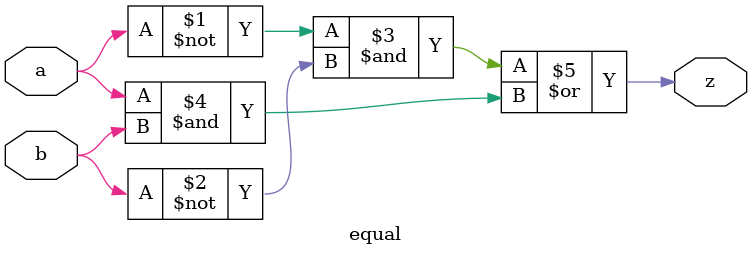
<source format=v>
`timescale 1ns / 1ps

module equal(input a, b, output z);
	assign z = (~a & ~b) | (a & b);
endmodule

</source>
